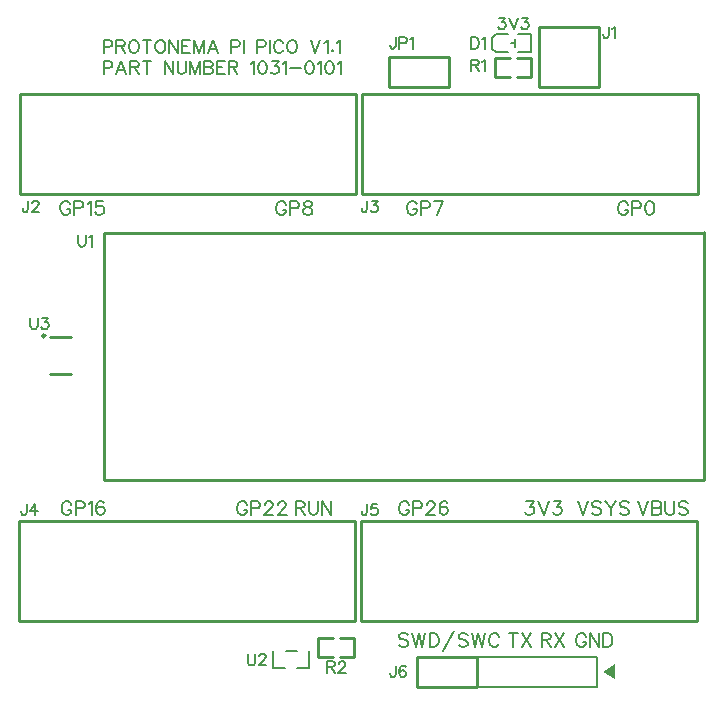
<source format=gto>
G04 Layer: TopSilkscreenLayer*
G04 EasyEDA v6.5.15, 2022-10-06 20:38:00*
G04 44a05442b3094d8486212c110c7f242b,5a6b42c53f6a479593ecc07194224c93,10*
G04 Gerber Generator version 0.2*
G04 Scale: 100 percent, Rotated: No, Reflected: No *
G04 Dimensions in millimeters *
G04 leading zeros omitted , absolute positions ,4 integer and 5 decimal *
%FSLAX45Y45*%
%MOMM*%

%ADD10C,0.1524*%
%ADD11C,0.2540*%
%ADD12C,0.2032*%
%ADD13C,0.2030*%
%ADD14C,0.1500*%
%ADD15C,0.0111*%

%LPD*%
D10*
X121665Y4241037D02*
G01*
X121665Y4168394D01*
X117094Y4154678D01*
X112521Y4150105D01*
X103378Y4145534D01*
X94487Y4145534D01*
X85344Y4150105D01*
X80771Y4154678D01*
X76200Y4168394D01*
X76200Y4177537D01*
X156210Y4218431D02*
G01*
X156210Y4223004D01*
X160781Y4231894D01*
X165354Y4236465D01*
X174497Y4241037D01*
X192531Y4241037D01*
X201676Y4236465D01*
X206247Y4231894D01*
X210820Y4223004D01*
X210820Y4213860D01*
X206247Y4204715D01*
X197104Y4191000D01*
X151637Y4145534D01*
X215392Y4145534D01*
X2991865Y4241037D02*
G01*
X2991865Y4168394D01*
X2987293Y4154678D01*
X2982722Y4150105D01*
X2973577Y4145534D01*
X2964688Y4145534D01*
X2955543Y4150105D01*
X2950972Y4154678D01*
X2946400Y4168394D01*
X2946400Y4177537D01*
X3030981Y4241037D02*
G01*
X3081020Y4241037D01*
X3053588Y4204715D01*
X3067304Y4204715D01*
X3076447Y4200144D01*
X3081020Y4195571D01*
X3085591Y4182110D01*
X3085591Y4172965D01*
X3081020Y4159250D01*
X3071875Y4150105D01*
X3058159Y4145534D01*
X3044697Y4145534D01*
X3030981Y4150105D01*
X3026409Y4154678D01*
X3021838Y4163821D01*
X108965Y1675637D02*
G01*
X108965Y1602994D01*
X104394Y1589278D01*
X99821Y1584705D01*
X90678Y1580134D01*
X81787Y1580134D01*
X72644Y1584705D01*
X68071Y1589278D01*
X63500Y1602994D01*
X63500Y1612137D01*
X184404Y1675637D02*
G01*
X138937Y1612137D01*
X207010Y1612137D01*
X184404Y1675637D02*
G01*
X184404Y1580134D01*
X2991865Y1675637D02*
G01*
X2991865Y1602994D01*
X2987293Y1589278D01*
X2982722Y1584705D01*
X2973577Y1580134D01*
X2964688Y1580134D01*
X2955543Y1584705D01*
X2950972Y1589278D01*
X2946400Y1602994D01*
X2946400Y1612137D01*
X3076447Y1675637D02*
G01*
X3030981Y1675637D01*
X3026409Y1634744D01*
X3030981Y1639315D01*
X3044697Y1643887D01*
X3058159Y1643887D01*
X3071875Y1639315D01*
X3081020Y1630171D01*
X3085591Y1616710D01*
X3085591Y1607565D01*
X3081020Y1593850D01*
X3071875Y1584705D01*
X3058159Y1580134D01*
X3044697Y1580134D01*
X3030981Y1584705D01*
X3026409Y1589278D01*
X3021838Y1598421D01*
X5199888Y4208526D02*
G01*
X5194554Y4219447D01*
X5183631Y4230370D01*
X5172709Y4235957D01*
X5150865Y4235957D01*
X5139943Y4230370D01*
X5129022Y4219447D01*
X5123434Y4208526D01*
X5118100Y4192270D01*
X5118100Y4165092D01*
X5123434Y4148581D01*
X5129022Y4137660D01*
X5139943Y4126737D01*
X5150865Y4121404D01*
X5172709Y4121404D01*
X5183631Y4126737D01*
X5194554Y4137660D01*
X5199888Y4148581D01*
X5199888Y4165092D01*
X5172709Y4165092D02*
G01*
X5199888Y4165092D01*
X5235956Y4235957D02*
G01*
X5235956Y4121404D01*
X5235956Y4235957D02*
G01*
X5284977Y4235957D01*
X5301488Y4230370D01*
X5306822Y4225036D01*
X5312156Y4214113D01*
X5312156Y4197604D01*
X5306822Y4186681D01*
X5301488Y4181347D01*
X5284977Y4176013D01*
X5235956Y4176013D01*
X5380990Y4235957D02*
G01*
X5364734Y4230370D01*
X5353811Y4214113D01*
X5348224Y4186681D01*
X5348224Y4170426D01*
X5353811Y4143247D01*
X5364734Y4126737D01*
X5380990Y4121404D01*
X5391911Y4121404D01*
X5408168Y4126737D01*
X5419090Y4143247D01*
X5424677Y4170426D01*
X5424677Y4186681D01*
X5419090Y4214113D01*
X5408168Y4230370D01*
X5391911Y4235957D01*
X5380990Y4235957D01*
X3411981Y4212132D02*
G01*
X3406647Y4223054D01*
X3395725Y4233976D01*
X3384804Y4239564D01*
X3362959Y4239564D01*
X3352038Y4233976D01*
X3341115Y4223054D01*
X3335527Y4212132D01*
X3330193Y4195876D01*
X3330193Y4168698D01*
X3335527Y4152188D01*
X3341115Y4141266D01*
X3352038Y4130344D01*
X3362959Y4125010D01*
X3384804Y4125010D01*
X3395725Y4130344D01*
X3406647Y4141266D01*
X3411981Y4152188D01*
X3411981Y4168698D01*
X3384804Y4168698D02*
G01*
X3411981Y4168698D01*
X3448050Y4239564D02*
G01*
X3448050Y4125010D01*
X3448050Y4239564D02*
G01*
X3497072Y4239564D01*
X3513581Y4233976D01*
X3518915Y4228642D01*
X3524250Y4217720D01*
X3524250Y4201210D01*
X3518915Y4190288D01*
X3513581Y4184954D01*
X3497072Y4179620D01*
X3448050Y4179620D01*
X3636772Y4239564D02*
G01*
X3582161Y4125010D01*
X3560318Y4239564D02*
G01*
X3636772Y4239564D01*
X2304288Y4208526D02*
G01*
X2298954Y4219447D01*
X2288031Y4230370D01*
X2277109Y4235957D01*
X2255265Y4235957D01*
X2244343Y4230370D01*
X2233422Y4219447D01*
X2227834Y4208526D01*
X2222500Y4192270D01*
X2222500Y4165092D01*
X2227834Y4148581D01*
X2233422Y4137660D01*
X2244343Y4126737D01*
X2255265Y4121404D01*
X2277109Y4121404D01*
X2288031Y4126737D01*
X2298954Y4137660D01*
X2304288Y4148581D01*
X2304288Y4165092D01*
X2277109Y4165092D02*
G01*
X2304288Y4165092D01*
X2340356Y4235957D02*
G01*
X2340356Y4121404D01*
X2340356Y4235957D02*
G01*
X2389377Y4235957D01*
X2405888Y4230370D01*
X2411222Y4225036D01*
X2416556Y4214113D01*
X2416556Y4197604D01*
X2411222Y4186681D01*
X2405888Y4181347D01*
X2389377Y4176013D01*
X2340356Y4176013D01*
X2480056Y4235957D02*
G01*
X2463545Y4230370D01*
X2458211Y4219447D01*
X2458211Y4208526D01*
X2463545Y4197604D01*
X2474468Y4192270D01*
X2496311Y4186681D01*
X2512568Y4181347D01*
X2523490Y4170426D01*
X2529077Y4159504D01*
X2529077Y4143247D01*
X2523490Y4132326D01*
X2518156Y4126737D01*
X2501645Y4121404D01*
X2480056Y4121404D01*
X2463545Y4126737D01*
X2458211Y4132326D01*
X2452624Y4143247D01*
X2452624Y4159504D01*
X2458211Y4170426D01*
X2469134Y4181347D01*
X2485390Y4186681D01*
X2507234Y4192270D01*
X2518156Y4197604D01*
X2523490Y4208526D01*
X2523490Y4219447D01*
X2518156Y4230370D01*
X2501645Y4235957D01*
X2480056Y4235957D01*
X478281Y4212132D02*
G01*
X472947Y4223054D01*
X462026Y4233976D01*
X451104Y4239564D01*
X429260Y4239564D01*
X418337Y4233976D01*
X407415Y4223054D01*
X401828Y4212132D01*
X396494Y4195876D01*
X396494Y4168698D01*
X401828Y4152188D01*
X407415Y4141266D01*
X418337Y4130344D01*
X429260Y4125010D01*
X451104Y4125010D01*
X462026Y4130344D01*
X472947Y4141266D01*
X478281Y4152188D01*
X478281Y4168698D01*
X451104Y4168698D02*
G01*
X478281Y4168698D01*
X514350Y4239564D02*
G01*
X514350Y4125010D01*
X514350Y4239564D02*
G01*
X563371Y4239564D01*
X579881Y4233976D01*
X585215Y4228642D01*
X590550Y4217720D01*
X590550Y4201210D01*
X585215Y4190288D01*
X579881Y4184954D01*
X563371Y4179620D01*
X514350Y4179620D01*
X626618Y4217720D02*
G01*
X637539Y4223054D01*
X654050Y4239564D01*
X654050Y4125010D01*
X755395Y4239564D02*
G01*
X700786Y4239564D01*
X695452Y4190288D01*
X700786Y4195876D01*
X717295Y4201210D01*
X733552Y4201210D01*
X750062Y4195876D01*
X760729Y4184954D01*
X766318Y4168698D01*
X766318Y4157776D01*
X760729Y4141266D01*
X750062Y4130344D01*
X733552Y4125010D01*
X717295Y4125010D01*
X700786Y4130344D01*
X695452Y4135932D01*
X689863Y4146854D01*
X488187Y1668526D02*
G01*
X482854Y1679447D01*
X471931Y1690370D01*
X461010Y1695957D01*
X439165Y1695957D01*
X428244Y1690370D01*
X417321Y1679447D01*
X411734Y1668526D01*
X406400Y1652270D01*
X406400Y1625092D01*
X411734Y1608581D01*
X417321Y1597660D01*
X428244Y1586737D01*
X439165Y1581404D01*
X461010Y1581404D01*
X471931Y1586737D01*
X482854Y1597660D01*
X488187Y1608581D01*
X488187Y1625092D01*
X461010Y1625092D02*
G01*
X488187Y1625092D01*
X524255Y1695957D02*
G01*
X524255Y1581404D01*
X524255Y1695957D02*
G01*
X573278Y1695957D01*
X589787Y1690370D01*
X595121Y1685036D01*
X600455Y1674113D01*
X600455Y1657604D01*
X595121Y1646681D01*
X589787Y1641347D01*
X573278Y1636013D01*
X524255Y1636013D01*
X636523Y1674113D02*
G01*
X647445Y1679447D01*
X663955Y1695957D01*
X663955Y1581404D01*
X765302Y1679447D02*
G01*
X759968Y1690370D01*
X743457Y1695957D01*
X732536Y1695957D01*
X716279Y1690370D01*
X705357Y1674113D01*
X699770Y1646681D01*
X699770Y1619504D01*
X705357Y1597660D01*
X716279Y1586737D01*
X732536Y1581404D01*
X738123Y1581404D01*
X754379Y1586737D01*
X765302Y1597660D01*
X770636Y1614170D01*
X770636Y1619504D01*
X765302Y1636013D01*
X754379Y1646681D01*
X738123Y1652270D01*
X732536Y1652270D01*
X716279Y1646681D01*
X705357Y1636013D01*
X699770Y1619504D01*
X3345688Y1668526D02*
G01*
X3340354Y1679447D01*
X3329431Y1690370D01*
X3318509Y1695957D01*
X3296665Y1695957D01*
X3285743Y1690370D01*
X3274822Y1679447D01*
X3269234Y1668526D01*
X3263900Y1652270D01*
X3263900Y1625092D01*
X3269234Y1608581D01*
X3274822Y1597660D01*
X3285743Y1586737D01*
X3296665Y1581404D01*
X3318509Y1581404D01*
X3329431Y1586737D01*
X3340354Y1597660D01*
X3345688Y1608581D01*
X3345688Y1625092D01*
X3318509Y1625092D02*
G01*
X3345688Y1625092D01*
X3381756Y1695957D02*
G01*
X3381756Y1581404D01*
X3381756Y1695957D02*
G01*
X3430777Y1695957D01*
X3447288Y1690370D01*
X3452622Y1685036D01*
X3457956Y1674113D01*
X3457956Y1657604D01*
X3452622Y1646681D01*
X3447288Y1641347D01*
X3430777Y1636013D01*
X3381756Y1636013D01*
X3499611Y1668526D02*
G01*
X3499611Y1674113D01*
X3504945Y1685036D01*
X3510534Y1690370D01*
X3521456Y1695957D01*
X3543045Y1695957D01*
X3553968Y1690370D01*
X3559556Y1685036D01*
X3564890Y1674113D01*
X3564890Y1663192D01*
X3559556Y1652270D01*
X3548634Y1636013D01*
X3494024Y1581404D01*
X3570477Y1581404D01*
X3671824Y1679447D02*
G01*
X3666490Y1690370D01*
X3649979Y1695957D01*
X3639058Y1695957D01*
X3622802Y1690370D01*
X3611879Y1674113D01*
X3606545Y1646681D01*
X3606545Y1619504D01*
X3611879Y1597660D01*
X3622802Y1586737D01*
X3639058Y1581404D01*
X3644645Y1581404D01*
X3660902Y1586737D01*
X3671824Y1597660D01*
X3677411Y1614170D01*
X3677411Y1619504D01*
X3671824Y1636013D01*
X3660902Y1646681D01*
X3644645Y1652270D01*
X3639058Y1652270D01*
X3622802Y1646681D01*
X3611879Y1636013D01*
X3606545Y1619504D01*
X3340354Y561847D02*
G01*
X3329431Y572770D01*
X3312922Y578357D01*
X3291077Y578357D01*
X3274822Y572770D01*
X3263900Y561847D01*
X3263900Y550926D01*
X3269234Y540004D01*
X3274822Y534670D01*
X3285743Y529081D01*
X3318509Y518413D01*
X3329431Y512826D01*
X3334765Y507492D01*
X3340354Y496570D01*
X3340354Y480060D01*
X3329431Y469137D01*
X3312922Y463804D01*
X3291077Y463804D01*
X3274822Y469137D01*
X3263900Y480060D01*
X3376168Y578357D02*
G01*
X3403600Y463804D01*
X3430777Y578357D02*
G01*
X3403600Y463804D01*
X3430777Y578357D02*
G01*
X3457956Y463804D01*
X3485388Y578357D02*
G01*
X3457956Y463804D01*
X3521456Y578357D02*
G01*
X3521456Y463804D01*
X3521456Y578357D02*
G01*
X3559556Y578357D01*
X3575811Y572770D01*
X3586734Y561847D01*
X3592322Y550926D01*
X3597656Y534670D01*
X3597656Y507492D01*
X3592322Y490981D01*
X3586734Y480060D01*
X3575811Y469137D01*
X3559556Y463804D01*
X3521456Y463804D01*
X3732022Y600202D02*
G01*
X3633724Y425450D01*
X3844290Y561847D02*
G01*
X3833368Y572770D01*
X3817111Y578357D01*
X3795268Y578357D01*
X3778758Y572770D01*
X3767836Y561847D01*
X3767836Y550926D01*
X3773424Y540004D01*
X3778758Y534670D01*
X3789679Y529081D01*
X3822445Y518413D01*
X3833368Y512826D01*
X3838702Y507492D01*
X3844290Y496570D01*
X3844290Y480060D01*
X3833368Y469137D01*
X3817111Y463804D01*
X3795268Y463804D01*
X3778758Y469137D01*
X3767836Y480060D01*
X3880358Y578357D02*
G01*
X3907536Y463804D01*
X3934713Y578357D02*
G01*
X3907536Y463804D01*
X3934713Y578357D02*
G01*
X3962145Y463804D01*
X3989324Y578357D02*
G01*
X3962145Y463804D01*
X4107179Y550926D02*
G01*
X4101591Y561847D01*
X4090924Y572770D01*
X4080002Y578357D01*
X4058158Y578357D01*
X4047236Y572770D01*
X4036313Y561847D01*
X4030725Y550926D01*
X4025391Y534670D01*
X4025391Y507492D01*
X4030725Y490981D01*
X4036313Y480060D01*
X4047236Y469137D01*
X4058158Y463804D01*
X4080002Y463804D01*
X4090924Y469137D01*
X4101591Y480060D01*
X4107179Y490981D01*
X4229100Y578357D02*
G01*
X4229100Y463804D01*
X4191000Y578357D02*
G01*
X4267454Y578357D01*
X4303268Y578357D02*
G01*
X4379722Y463804D01*
X4379722Y578357D02*
G01*
X4303268Y463804D01*
X4470400Y578357D02*
G01*
X4470400Y463804D01*
X4470400Y578357D02*
G01*
X4519422Y578357D01*
X4535931Y572770D01*
X4541265Y567436D01*
X4546854Y556513D01*
X4546854Y545592D01*
X4541265Y534670D01*
X4535931Y529081D01*
X4519422Y523747D01*
X4470400Y523747D01*
X4508500Y523747D02*
G01*
X4546854Y463804D01*
X4582668Y578357D02*
G01*
X4659122Y463804D01*
X4659122Y578357D02*
G01*
X4582668Y463804D01*
X2387600Y1695957D02*
G01*
X2387600Y1581404D01*
X2387600Y1695957D02*
G01*
X2436622Y1695957D01*
X2453131Y1690370D01*
X2458465Y1685036D01*
X2464054Y1674113D01*
X2464054Y1663192D01*
X2458465Y1652270D01*
X2453131Y1646681D01*
X2436622Y1641347D01*
X2387600Y1641347D01*
X2425700Y1641347D02*
G01*
X2464054Y1581404D01*
X2499868Y1695957D02*
G01*
X2499868Y1614170D01*
X2505456Y1597660D01*
X2516377Y1586737D01*
X2532634Y1581404D01*
X2543556Y1581404D01*
X2560065Y1586737D01*
X2570988Y1597660D01*
X2576322Y1614170D01*
X2576322Y1695957D01*
X2612390Y1695957D02*
G01*
X2612390Y1581404D01*
X2612390Y1695957D02*
G01*
X2688590Y1581404D01*
X2688590Y1695957D02*
G01*
X2688590Y1581404D01*
X5283200Y1695957D02*
G01*
X5326888Y1581404D01*
X5370575Y1695957D02*
G01*
X5326888Y1581404D01*
X5406390Y1695957D02*
G01*
X5406390Y1581404D01*
X5406390Y1695957D02*
G01*
X5455665Y1695957D01*
X5471922Y1690370D01*
X5477256Y1685036D01*
X5482843Y1674113D01*
X5482843Y1663192D01*
X5477256Y1652270D01*
X5471922Y1646681D01*
X5455665Y1641347D01*
X5406390Y1641347D02*
G01*
X5455665Y1641347D01*
X5471922Y1636013D01*
X5477256Y1630426D01*
X5482843Y1619504D01*
X5482843Y1603247D01*
X5477256Y1592326D01*
X5471922Y1586737D01*
X5455665Y1581404D01*
X5406390Y1581404D01*
X5518911Y1695957D02*
G01*
X5518911Y1614170D01*
X5524245Y1597660D01*
X5535168Y1586737D01*
X5551677Y1581404D01*
X5562345Y1581404D01*
X5578856Y1586737D01*
X5589777Y1597660D01*
X5595111Y1614170D01*
X5595111Y1695957D01*
X5707634Y1679447D02*
G01*
X5696711Y1690370D01*
X5680202Y1695957D01*
X5658358Y1695957D01*
X5642102Y1690370D01*
X5631179Y1679447D01*
X5631179Y1668526D01*
X5636768Y1657604D01*
X5642102Y1652270D01*
X5653024Y1646681D01*
X5685790Y1636013D01*
X5696711Y1630426D01*
X5702045Y1625092D01*
X5707634Y1614170D01*
X5707634Y1597660D01*
X5696711Y1586737D01*
X5680202Y1581404D01*
X5658358Y1581404D01*
X5642102Y1586737D01*
X5631179Y1597660D01*
X4341622Y1695957D02*
G01*
X4401565Y1695957D01*
X4368800Y1652270D01*
X4385309Y1652270D01*
X4396231Y1646681D01*
X4401565Y1641347D01*
X4407154Y1625092D01*
X4407154Y1614170D01*
X4401565Y1597660D01*
X4390643Y1586737D01*
X4374388Y1581404D01*
X4357877Y1581404D01*
X4341622Y1586737D01*
X4336034Y1592326D01*
X4330700Y1603247D01*
X4442968Y1695957D02*
G01*
X4486656Y1581404D01*
X4530343Y1695957D02*
G01*
X4486656Y1581404D01*
X4577334Y1695957D02*
G01*
X4637277Y1695957D01*
X4604511Y1652270D01*
X4620768Y1652270D01*
X4631690Y1646681D01*
X4637277Y1641347D01*
X4642611Y1625092D01*
X4642611Y1614170D01*
X4637277Y1597660D01*
X4626356Y1586737D01*
X4609845Y1581404D01*
X4593590Y1581404D01*
X4577334Y1586737D01*
X4571745Y1592326D01*
X4566411Y1603247D01*
X4775200Y1695957D02*
G01*
X4818888Y1581404D01*
X4862575Y1695957D02*
G01*
X4818888Y1581404D01*
X4974843Y1679447D02*
G01*
X4963922Y1690370D01*
X4947665Y1695957D01*
X4925822Y1695957D01*
X4909311Y1690370D01*
X4898390Y1679447D01*
X4898390Y1668526D01*
X4903977Y1657604D01*
X4909311Y1652270D01*
X4920234Y1646681D01*
X4953000Y1636013D01*
X4963922Y1630426D01*
X4969256Y1625092D01*
X4974843Y1614170D01*
X4974843Y1597660D01*
X4963922Y1586737D01*
X4947665Y1581404D01*
X4925822Y1581404D01*
X4909311Y1586737D01*
X4898390Y1597660D01*
X5010911Y1695957D02*
G01*
X5054345Y1641347D01*
X5054345Y1581404D01*
X5098034Y1695957D02*
G01*
X5054345Y1641347D01*
X5210556Y1679447D02*
G01*
X5199634Y1690370D01*
X5183124Y1695957D01*
X5161279Y1695957D01*
X5145024Y1690370D01*
X5134102Y1679447D01*
X5134102Y1668526D01*
X5139436Y1657604D01*
X5145024Y1652270D01*
X5155945Y1646681D01*
X5188711Y1636013D01*
X5199634Y1630426D01*
X5204968Y1625092D01*
X5210556Y1614170D01*
X5210556Y1597660D01*
X5199634Y1586737D01*
X5183124Y1581404D01*
X5161279Y1581404D01*
X5145024Y1586737D01*
X5134102Y1597660D01*
X762000Y5423915D02*
G01*
X762000Y5314950D01*
X762000Y5423915D02*
G01*
X808736Y5423915D01*
X824229Y5418836D01*
X829563Y5413502D01*
X834644Y5403087D01*
X834644Y5387594D01*
X829563Y5377179D01*
X824229Y5372100D01*
X808736Y5366765D01*
X762000Y5366765D01*
X910589Y5423915D02*
G01*
X868934Y5314950D01*
X910589Y5423915D02*
G01*
X952245Y5314950D01*
X884681Y5351271D02*
G01*
X936497Y5351271D01*
X986536Y5423915D02*
G01*
X986536Y5314950D01*
X986536Y5423915D02*
G01*
X1033271Y5423915D01*
X1048765Y5418836D01*
X1054100Y5413502D01*
X1059179Y5403087D01*
X1059179Y5392673D01*
X1054100Y5382260D01*
X1048765Y5377179D01*
X1033271Y5372100D01*
X986536Y5372100D01*
X1022857Y5372100D02*
G01*
X1059179Y5314950D01*
X1129792Y5423915D02*
G01*
X1129792Y5314950D01*
X1093470Y5423915D02*
G01*
X1166113Y5423915D01*
X1280413Y5423915D02*
G01*
X1280413Y5314950D01*
X1280413Y5423915D02*
G01*
X1353312Y5314950D01*
X1353312Y5423915D02*
G01*
X1353312Y5314950D01*
X1387602Y5423915D02*
G01*
X1387602Y5345937D01*
X1392681Y5330444D01*
X1403095Y5320029D01*
X1418589Y5314950D01*
X1429004Y5314950D01*
X1444752Y5320029D01*
X1455165Y5330444D01*
X1460245Y5345937D01*
X1460245Y5423915D01*
X1494536Y5423915D02*
G01*
X1494536Y5314950D01*
X1494536Y5423915D02*
G01*
X1536192Y5314950D01*
X1577594Y5423915D02*
G01*
X1536192Y5314950D01*
X1577594Y5423915D02*
G01*
X1577594Y5314950D01*
X1611884Y5423915D02*
G01*
X1611884Y5314950D01*
X1611884Y5423915D02*
G01*
X1658620Y5423915D01*
X1674368Y5418836D01*
X1679447Y5413502D01*
X1684781Y5403087D01*
X1684781Y5392673D01*
X1679447Y5382260D01*
X1674368Y5377179D01*
X1658620Y5372100D01*
X1611884Y5372100D02*
G01*
X1658620Y5372100D01*
X1674368Y5366765D01*
X1679447Y5361686D01*
X1684781Y5351271D01*
X1684781Y5335523D01*
X1679447Y5325110D01*
X1674368Y5320029D01*
X1658620Y5314950D01*
X1611884Y5314950D01*
X1719071Y5423915D02*
G01*
X1719071Y5314950D01*
X1719071Y5423915D02*
G01*
X1786636Y5423915D01*
X1719071Y5372100D02*
G01*
X1760473Y5372100D01*
X1719071Y5314950D02*
G01*
X1786636Y5314950D01*
X1820926Y5423915D02*
G01*
X1820926Y5314950D01*
X1820926Y5423915D02*
G01*
X1867662Y5423915D01*
X1883155Y5418836D01*
X1888489Y5413502D01*
X1893570Y5403087D01*
X1893570Y5392673D01*
X1888489Y5382260D01*
X1883155Y5377179D01*
X1867662Y5372100D01*
X1820926Y5372100D01*
X1857247Y5372100D02*
G01*
X1893570Y5314950D01*
X2007870Y5403087D02*
G01*
X2018284Y5408421D01*
X2033777Y5423915D01*
X2033777Y5314950D01*
X2099309Y5423915D02*
G01*
X2083815Y5418836D01*
X2073402Y5403087D01*
X2068068Y5377179D01*
X2068068Y5361686D01*
X2073402Y5335523D01*
X2083815Y5320029D01*
X2099309Y5314950D01*
X2109724Y5314950D01*
X2125218Y5320029D01*
X2135631Y5335523D01*
X2140965Y5361686D01*
X2140965Y5377179D01*
X2135631Y5403087D01*
X2125218Y5418836D01*
X2109724Y5423915D01*
X2099309Y5423915D01*
X2185670Y5423915D02*
G01*
X2242820Y5423915D01*
X2211577Y5382260D01*
X2227072Y5382260D01*
X2237486Y5377179D01*
X2242820Y5372100D01*
X2247900Y5356352D01*
X2247900Y5345937D01*
X2242820Y5330444D01*
X2232406Y5320029D01*
X2216658Y5314950D01*
X2201163Y5314950D01*
X2185670Y5320029D01*
X2180336Y5325110D01*
X2175256Y5335523D01*
X2282190Y5403087D02*
G01*
X2292604Y5408421D01*
X2308097Y5423915D01*
X2308097Y5314950D01*
X2342388Y5361686D02*
G01*
X2435859Y5361686D01*
X2501391Y5423915D02*
G01*
X2485897Y5418836D01*
X2475484Y5403087D01*
X2470150Y5377179D01*
X2470150Y5361686D01*
X2475484Y5335523D01*
X2485897Y5320029D01*
X2501391Y5314950D01*
X2511806Y5314950D01*
X2527300Y5320029D01*
X2537713Y5335523D01*
X2543047Y5361686D01*
X2543047Y5377179D01*
X2537713Y5403087D01*
X2527300Y5418836D01*
X2511806Y5423915D01*
X2501391Y5423915D01*
X2577338Y5403087D02*
G01*
X2587752Y5408421D01*
X2603245Y5423915D01*
X2603245Y5314950D01*
X2668777Y5423915D02*
G01*
X2653029Y5418836D01*
X2642870Y5403087D01*
X2637536Y5377179D01*
X2637536Y5361686D01*
X2642870Y5335523D01*
X2653029Y5320029D01*
X2668777Y5314950D01*
X2679191Y5314950D01*
X2694686Y5320029D01*
X2705100Y5335523D01*
X2710179Y5361686D01*
X2710179Y5377179D01*
X2705100Y5403087D01*
X2694686Y5418836D01*
X2679191Y5423915D01*
X2668777Y5423915D01*
X2744470Y5403087D02*
G01*
X2754884Y5408421D01*
X2770631Y5423915D01*
X2770631Y5314950D01*
X762000Y5601715D02*
G01*
X762000Y5492750D01*
X762000Y5601715D02*
G01*
X808736Y5601715D01*
X824229Y5596636D01*
X829563Y5591302D01*
X834644Y5580887D01*
X834644Y5565394D01*
X829563Y5554979D01*
X824229Y5549900D01*
X808736Y5544565D01*
X762000Y5544565D01*
X868934Y5601715D02*
G01*
X868934Y5492750D01*
X868934Y5601715D02*
G01*
X915670Y5601715D01*
X931418Y5596636D01*
X936497Y5591302D01*
X941831Y5580887D01*
X941831Y5570473D01*
X936497Y5560060D01*
X931418Y5554979D01*
X915670Y5549900D01*
X868934Y5549900D01*
X905510Y5549900D02*
G01*
X941831Y5492750D01*
X1007110Y5601715D02*
G01*
X996950Y5596636D01*
X986536Y5586221D01*
X981202Y5575807D01*
X976121Y5560060D01*
X976121Y5534152D01*
X981202Y5518657D01*
X986536Y5508244D01*
X996950Y5497829D01*
X1007110Y5492750D01*
X1027937Y5492750D01*
X1038352Y5497829D01*
X1048765Y5508244D01*
X1054100Y5518657D01*
X1059179Y5534152D01*
X1059179Y5560060D01*
X1054100Y5575807D01*
X1048765Y5586221D01*
X1038352Y5596636D01*
X1027937Y5601715D01*
X1007110Y5601715D01*
X1129792Y5601715D02*
G01*
X1129792Y5492750D01*
X1093470Y5601715D02*
G01*
X1166113Y5601715D01*
X1231645Y5601715D02*
G01*
X1221231Y5596636D01*
X1210818Y5586221D01*
X1205737Y5575807D01*
X1200404Y5560060D01*
X1200404Y5534152D01*
X1205737Y5518657D01*
X1210818Y5508244D01*
X1221231Y5497829D01*
X1231645Y5492750D01*
X1252473Y5492750D01*
X1262887Y5497829D01*
X1273302Y5508244D01*
X1278381Y5518657D01*
X1283715Y5534152D01*
X1283715Y5560060D01*
X1278381Y5575807D01*
X1273302Y5586221D01*
X1262887Y5596636D01*
X1252473Y5601715D01*
X1231645Y5601715D01*
X1318005Y5601715D02*
G01*
X1318005Y5492750D01*
X1318005Y5601715D02*
G01*
X1390650Y5492750D01*
X1390650Y5601715D02*
G01*
X1390650Y5492750D01*
X1424939Y5601715D02*
G01*
X1424939Y5492750D01*
X1424939Y5601715D02*
G01*
X1492504Y5601715D01*
X1424939Y5549900D02*
G01*
X1466595Y5549900D01*
X1424939Y5492750D02*
G01*
X1492504Y5492750D01*
X1526794Y5601715D02*
G01*
X1526794Y5492750D01*
X1526794Y5601715D02*
G01*
X1568450Y5492750D01*
X1609852Y5601715D02*
G01*
X1568450Y5492750D01*
X1609852Y5601715D02*
G01*
X1609852Y5492750D01*
X1685797Y5601715D02*
G01*
X1644142Y5492750D01*
X1685797Y5601715D02*
G01*
X1727200Y5492750D01*
X1659889Y5529071D02*
G01*
X1711705Y5529071D01*
X1841500Y5601715D02*
G01*
X1841500Y5492750D01*
X1841500Y5601715D02*
G01*
X1888489Y5601715D01*
X1903984Y5596636D01*
X1909063Y5591302D01*
X1914397Y5580887D01*
X1914397Y5565394D01*
X1909063Y5554979D01*
X1903984Y5549900D01*
X1888489Y5544565D01*
X1841500Y5544565D01*
X1948688Y5601715D02*
G01*
X1948688Y5492750D01*
X2062988Y5601715D02*
G01*
X2062988Y5492750D01*
X2062988Y5601715D02*
G01*
X2109724Y5601715D01*
X2125218Y5596636D01*
X2130552Y5591302D01*
X2135631Y5580887D01*
X2135631Y5565394D01*
X2130552Y5554979D01*
X2125218Y5549900D01*
X2109724Y5544565D01*
X2062988Y5544565D01*
X2169922Y5601715D02*
G01*
X2169922Y5492750D01*
X2282190Y5575807D02*
G01*
X2277109Y5586221D01*
X2266695Y5596636D01*
X2256281Y5601715D01*
X2235454Y5601715D01*
X2225040Y5596636D01*
X2214625Y5586221D01*
X2209545Y5575807D01*
X2204211Y5560060D01*
X2204211Y5534152D01*
X2209545Y5518657D01*
X2214625Y5508244D01*
X2225040Y5497829D01*
X2235454Y5492750D01*
X2256281Y5492750D01*
X2266695Y5497829D01*
X2277109Y5508244D01*
X2282190Y5518657D01*
X2347722Y5601715D02*
G01*
X2337308Y5596636D01*
X2326893Y5586221D01*
X2321559Y5575807D01*
X2316479Y5560060D01*
X2316479Y5534152D01*
X2321559Y5518657D01*
X2326893Y5508244D01*
X2337308Y5497829D01*
X2347722Y5492750D01*
X2368550Y5492750D01*
X2378709Y5497829D01*
X2389124Y5508244D01*
X2394458Y5518657D01*
X2399538Y5534152D01*
X2399538Y5560060D01*
X2394458Y5575807D01*
X2389124Y5586221D01*
X2378709Y5596636D01*
X2368550Y5601715D01*
X2347722Y5601715D01*
X2513838Y5601715D02*
G01*
X2555493Y5492750D01*
X2597150Y5601715D02*
G01*
X2555493Y5492750D01*
X2631440Y5580887D02*
G01*
X2641600Y5586221D01*
X2657347Y5601715D01*
X2657347Y5492750D01*
X2696718Y5518657D02*
G01*
X2691638Y5513323D01*
X2696718Y5508244D01*
X2702052Y5513323D01*
X2696718Y5518657D01*
X2736341Y5580887D02*
G01*
X2746756Y5586221D01*
X2762250Y5601715D01*
X2762250Y5492750D01*
X1974088Y1668526D02*
G01*
X1968754Y1679447D01*
X1957831Y1690370D01*
X1946909Y1695957D01*
X1925065Y1695957D01*
X1914144Y1690370D01*
X1903221Y1679447D01*
X1897634Y1668526D01*
X1892300Y1652270D01*
X1892300Y1625092D01*
X1897634Y1608581D01*
X1903221Y1597660D01*
X1914144Y1586737D01*
X1925065Y1581404D01*
X1946909Y1581404D01*
X1957831Y1586737D01*
X1968754Y1597660D01*
X1974088Y1608581D01*
X1974088Y1625092D01*
X1946909Y1625092D02*
G01*
X1974088Y1625092D01*
X2010156Y1695957D02*
G01*
X2010156Y1581404D01*
X2010156Y1695957D02*
G01*
X2059177Y1695957D01*
X2075688Y1690370D01*
X2081022Y1685036D01*
X2086356Y1674113D01*
X2086356Y1657604D01*
X2081022Y1646681D01*
X2075688Y1641347D01*
X2059177Y1636013D01*
X2010156Y1636013D01*
X2128011Y1668526D02*
G01*
X2128011Y1674113D01*
X2133345Y1685036D01*
X2138934Y1690370D01*
X2149856Y1695957D01*
X2171445Y1695957D01*
X2182368Y1690370D01*
X2187956Y1685036D01*
X2193290Y1674113D01*
X2193290Y1663192D01*
X2187956Y1652270D01*
X2177034Y1636013D01*
X2122424Y1581404D01*
X2198877Y1581404D01*
X2240279Y1668526D02*
G01*
X2240279Y1674113D01*
X2245868Y1685036D01*
X2251202Y1690370D01*
X2262124Y1695957D01*
X2283968Y1695957D01*
X2294890Y1690370D01*
X2300224Y1685036D01*
X2305811Y1674113D01*
X2305811Y1663192D01*
X2300224Y1652270D01*
X2289302Y1636013D01*
X2234945Y1581404D01*
X2311145Y1581404D01*
X4111243Y5790437D02*
G01*
X4161281Y5790437D01*
X4133850Y5754115D01*
X4147565Y5754115D01*
X4156709Y5749544D01*
X4161281Y5744971D01*
X4165854Y5731510D01*
X4165854Y5722365D01*
X4161281Y5708650D01*
X4152138Y5699505D01*
X4138422Y5694934D01*
X4124706Y5694934D01*
X4111243Y5699505D01*
X4106672Y5704078D01*
X4102100Y5713221D01*
X4195825Y5790437D02*
G01*
X4232147Y5694934D01*
X4268470Y5790437D02*
G01*
X4232147Y5694934D01*
X4307586Y5790437D02*
G01*
X4357624Y5790437D01*
X4330191Y5754115D01*
X4343908Y5754115D01*
X4353052Y5749544D01*
X4357624Y5744971D01*
X4362195Y5731510D01*
X4362195Y5722365D01*
X4357624Y5708650D01*
X4348479Y5699505D01*
X4334763Y5694934D01*
X4321302Y5694934D01*
X4307586Y5699505D01*
X4303013Y5704078D01*
X4298441Y5713221D01*
X546100Y3948937D02*
G01*
X546100Y3880865D01*
X550671Y3867150D01*
X559815Y3858005D01*
X573278Y3853434D01*
X582421Y3853434D01*
X596137Y3858005D01*
X605281Y3867150D01*
X609854Y3880865D01*
X609854Y3948937D01*
X639826Y3930904D02*
G01*
X648715Y3935476D01*
X662431Y3948937D01*
X662431Y3853434D01*
X4844288Y550926D02*
G01*
X4838954Y561847D01*
X4828031Y572770D01*
X4817109Y578357D01*
X4795265Y578357D01*
X4784343Y572770D01*
X4773422Y561847D01*
X4767834Y550926D01*
X4762500Y534670D01*
X4762500Y507492D01*
X4767834Y490981D01*
X4773422Y480060D01*
X4784343Y469137D01*
X4795265Y463804D01*
X4817109Y463804D01*
X4828031Y469137D01*
X4838954Y480060D01*
X4844288Y490981D01*
X4844288Y507492D01*
X4817109Y507492D02*
G01*
X4844288Y507492D01*
X4880356Y578357D02*
G01*
X4880356Y463804D01*
X4880356Y578357D02*
G01*
X4956556Y463804D01*
X4956556Y578357D02*
G01*
X4956556Y463804D01*
X4992624Y578357D02*
G01*
X4992624Y463804D01*
X4992624Y578357D02*
G01*
X5030977Y578357D01*
X5047234Y572770D01*
X5058156Y561847D01*
X5063490Y550926D01*
X5069077Y534670D01*
X5069077Y507492D01*
X5063490Y490981D01*
X5058156Y480060D01*
X5047234Y469137D01*
X5030977Y463804D01*
X4992624Y463804D01*
X5036565Y5714237D02*
G01*
X5036565Y5641594D01*
X5031993Y5627878D01*
X5027422Y5623305D01*
X5018277Y5618734D01*
X5009388Y5618734D01*
X5000243Y5623305D01*
X4995672Y5627878D01*
X4991100Y5641594D01*
X4991100Y5650737D01*
X5066538Y5696204D02*
G01*
X5075681Y5700776D01*
X5089397Y5714237D01*
X5089397Y5618734D01*
X3233165Y5625337D02*
G01*
X3233165Y5552694D01*
X3228593Y5538978D01*
X3224022Y5534405D01*
X3214877Y5529834D01*
X3205988Y5529834D01*
X3196843Y5534405D01*
X3192272Y5538978D01*
X3187700Y5552694D01*
X3187700Y5561837D01*
X3263138Y5625337D02*
G01*
X3263138Y5529834D01*
X3263138Y5625337D02*
G01*
X3304031Y5625337D01*
X3317747Y5620765D01*
X3322320Y5616194D01*
X3326891Y5607304D01*
X3326891Y5593587D01*
X3322320Y5584444D01*
X3317747Y5579871D01*
X3304031Y5575300D01*
X3263138Y5575300D01*
X3356863Y5607304D02*
G01*
X3366008Y5611876D01*
X3379470Y5625337D01*
X3379470Y5529834D01*
X139700Y3250437D02*
G01*
X139700Y3182365D01*
X144271Y3168650D01*
X153415Y3159505D01*
X166878Y3154934D01*
X176021Y3154934D01*
X189737Y3159505D01*
X198881Y3168650D01*
X203454Y3182365D01*
X203454Y3250437D01*
X242315Y3250437D02*
G01*
X292354Y3250437D01*
X265176Y3214115D01*
X278892Y3214115D01*
X287781Y3209544D01*
X292354Y3204971D01*
X296926Y3191510D01*
X296926Y3182365D01*
X292354Y3168650D01*
X283210Y3159505D01*
X269747Y3154934D01*
X256031Y3154934D01*
X242315Y3159505D01*
X237997Y3164078D01*
X233426Y3173221D01*
X2654300Y342137D02*
G01*
X2654300Y246634D01*
X2654300Y342137D02*
G01*
X2695193Y342137D01*
X2708909Y337565D01*
X2713481Y332994D01*
X2718054Y324104D01*
X2718054Y314960D01*
X2713481Y305815D01*
X2708909Y301244D01*
X2695193Y296671D01*
X2654300Y296671D01*
X2686050Y296671D02*
G01*
X2718054Y246634D01*
X2752597Y319531D02*
G01*
X2752597Y324104D01*
X2756915Y332994D01*
X2761488Y337565D01*
X2770631Y342137D01*
X2788920Y342137D01*
X2797809Y337565D01*
X2802381Y332994D01*
X2806954Y324104D01*
X2806954Y314960D01*
X2802381Y305815D01*
X2793491Y292100D01*
X2748025Y246634D01*
X2811525Y246634D01*
X1981200Y405637D02*
G01*
X1981200Y337565D01*
X1985772Y323850D01*
X1994915Y314705D01*
X2008377Y310134D01*
X2017522Y310134D01*
X2031238Y314705D01*
X2040381Y323850D01*
X2044954Y337565D01*
X2044954Y405637D01*
X2079497Y383031D02*
G01*
X2079497Y387604D01*
X2083815Y396494D01*
X2088388Y401065D01*
X2097531Y405637D01*
X2115820Y405637D01*
X2124709Y401065D01*
X2129281Y396494D01*
X2133854Y387604D01*
X2133854Y378460D01*
X2129281Y369315D01*
X2120391Y355600D01*
X2074925Y310134D01*
X2138425Y310134D01*
X3233165Y304037D02*
G01*
X3233165Y231394D01*
X3228593Y217678D01*
X3224022Y213105D01*
X3214877Y208534D01*
X3205988Y208534D01*
X3196843Y213105D01*
X3192272Y217678D01*
X3187700Y231394D01*
X3187700Y240537D01*
X3317747Y290576D02*
G01*
X3313175Y299465D01*
X3299459Y304037D01*
X3290315Y304037D01*
X3276854Y299465D01*
X3267709Y286004D01*
X3263138Y263144D01*
X3263138Y240537D01*
X3267709Y222250D01*
X3276854Y213105D01*
X3290315Y208534D01*
X3294888Y208534D01*
X3308604Y213105D01*
X3317747Y222250D01*
X3322320Y235965D01*
X3322320Y240537D01*
X3317747Y254000D01*
X3308604Y263144D01*
X3294888Y267715D01*
X3290315Y267715D01*
X3276854Y263144D01*
X3267709Y254000D01*
X3263138Y240537D01*
X3873500Y5625337D02*
G01*
X3873500Y5529834D01*
X3873500Y5625337D02*
G01*
X3905250Y5625337D01*
X3918965Y5620765D01*
X3928109Y5611876D01*
X3932681Y5602731D01*
X3937254Y5589015D01*
X3937254Y5566410D01*
X3932681Y5552694D01*
X3928109Y5543550D01*
X3918965Y5534405D01*
X3905250Y5529834D01*
X3873500Y5529834D01*
X3967225Y5607304D02*
G01*
X3976115Y5611876D01*
X3989831Y5625337D01*
X3989831Y5529834D01*
X3873500Y5434837D02*
G01*
X3873500Y5339334D01*
X3873500Y5434837D02*
G01*
X3914393Y5434837D01*
X3928109Y5430265D01*
X3932681Y5425694D01*
X3937254Y5416804D01*
X3937254Y5407660D01*
X3932681Y5398515D01*
X3928109Y5393944D01*
X3914393Y5389371D01*
X3873500Y5389371D01*
X3905250Y5389371D02*
G01*
X3937254Y5339334D01*
X3967225Y5416804D02*
G01*
X3976115Y5421376D01*
X3989831Y5434837D01*
X3989831Y5339334D01*
G36*
X5092700Y317500D02*
G01*
X4991100Y254000D01*
X5092700Y190500D01*
G37*
D11*
X3683000Y5461000D02*
G01*
X3683000Y5207000D01*
X3175000Y5207000D01*
X3175000Y5461000D01*
X3683000Y5461000D01*
X3683000Y5207000D01*
X3924300Y381000D02*
G01*
X3924300Y127000D01*
X3416300Y127000D01*
X3416300Y381000D01*
X3924300Y381000D01*
X3924300Y127000D01*
X5842000Y1873194D02*
G01*
X762000Y1873194D01*
X762000Y3968750D02*
G01*
X762000Y1873250D01*
X5842000Y3970995D02*
G01*
X762000Y3970995D01*
X5842000Y3975100D02*
G01*
X5842000Y1879600D01*
X483699Y2778709D02*
G01*
X303697Y2778709D01*
X483699Y3088711D02*
G01*
X303697Y3088711D01*
X2885561Y537712D02*
G01*
X2885561Y377708D01*
X2575504Y537202D02*
G01*
X2575504Y377197D01*
X2760565Y377708D02*
G01*
X2885561Y377708D01*
X2760565Y537712D02*
G01*
X2885561Y537712D01*
X2700507Y377197D02*
G01*
X2575504Y377197D01*
X2700507Y537202D02*
G01*
X2575504Y537202D01*
D10*
X2196879Y428221D02*
G01*
X2196879Y282978D01*
X2300041Y282978D01*
X2502120Y428221D02*
G01*
X2502120Y282978D01*
X2398958Y282978D01*
X2303960Y428221D02*
G01*
X2395039Y428221D01*
D12*
X3924300Y127000D02*
G01*
X3924300Y381000D01*
X4940300Y381000D01*
X4940300Y127000D01*
X4749800Y127000D01*
D13*
X3924300Y127000D02*
G01*
X4749800Y127000D01*
D14*
X4246100Y5575523D02*
G01*
X4212099Y5575523D01*
X4054093Y5540296D02*
G01*
X4054093Y5530293D01*
X4084088Y5500291D01*
X4269094Y5650298D02*
G01*
X4384095Y5650298D01*
X4269094Y5500291D02*
G01*
X4384095Y5500291D01*
X4189095Y5650298D02*
G01*
X4084088Y5650298D01*
X4189095Y5500291D02*
G01*
X4084088Y5500291D01*
X4384095Y5650285D02*
G01*
X4384095Y5502295D01*
X4054093Y5610288D02*
G01*
X4054093Y5540296D01*
X4054093Y5610288D02*
G01*
X4054093Y5620303D01*
X4084088Y5650298D01*
X4246100Y5610296D02*
G01*
X4246100Y5542297D01*
D11*
X4074038Y5291587D02*
G01*
X4074038Y5451591D01*
X4384095Y5292097D02*
G01*
X4384095Y5452102D01*
X4199034Y5451591D02*
G01*
X4074038Y5451591D01*
X4199034Y5291587D02*
G01*
X4074038Y5291587D01*
X4259092Y5452102D02*
G01*
X4384095Y5452102D01*
X4259092Y5292097D02*
G01*
X4384095Y5292097D01*
G75*
G01
X266700Y3098800D02*
G03X266700Y3098800I-12700J0D01*
X50800Y5145811D02*
G01*
X2900806Y5145811D01*
X2900806Y4295800D01*
X50800Y4295800D01*
X50800Y5145811D01*
X4445000Y5715000D02*
G01*
X4953000Y5715000D01*
X4953000Y5207000D01*
X4445000Y5207000D01*
X4445000Y5715000D01*
X2946400Y5145811D02*
G01*
X5796406Y5145811D01*
X5796406Y4295800D01*
X2946400Y4295800D01*
X2946400Y5145811D01*
X42798Y1529892D02*
G01*
X2892806Y1529892D01*
X2892806Y679881D01*
X42798Y679881D01*
X42798Y1529892D01*
X2938399Y1529892D02*
G01*
X5788406Y1529892D01*
X5788406Y679881D01*
X2938399Y679881D01*
X2938399Y1529892D01*
M02*

</source>
